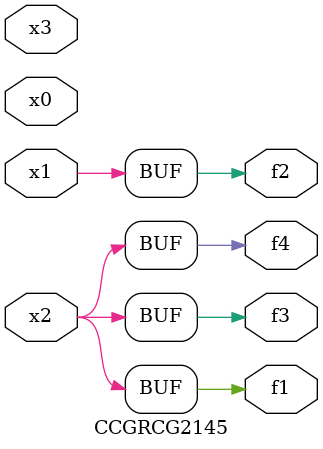
<source format=v>
module CCGRCG2145(
	input x0, x1, x2, x3,
	output f1, f2, f3, f4
);
	assign f1 = x2;
	assign f2 = x1;
	assign f3 = x2;
	assign f4 = x2;
endmodule

</source>
